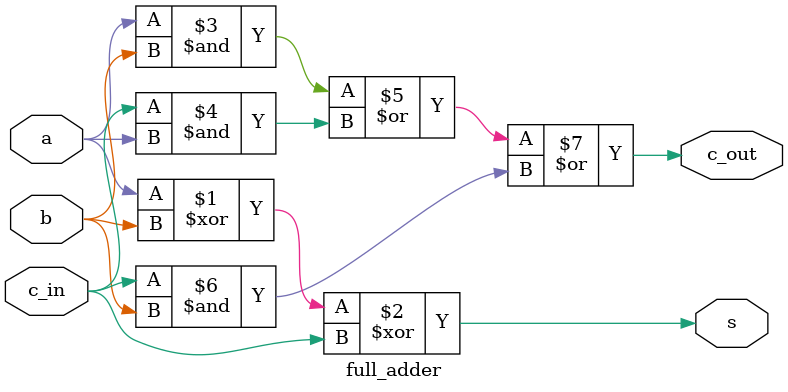
<source format=v>
module part2(Clock, Reset_b, Data, Function, ALUout);
	input Clock;
	input Reset_b;
	input [3:0] Data;
	input [2:0] Function;
	output reg [7:0] ALUout;
	
	wire [3:0] A;
	wire [3:0] B;
	assign A = Data;
	assign B = ALUout[3:0];

	wire [4:0] regsum;
	wire [7:0] regprod;
	assign regsum = A+B;
	assign regprod = A*B;
	
	wire [4:0] fasum;
	part2a fa(
		.a(A),
		.b(B),
		.c_in(1'b0),
		.s(fasum[3:0]),
		.c_out(fasum[4]));

	always@(posedge Clock)
	begin
		if(Reset_b == 0)
			ALUout = 8'b00000000;
		else
			case(Function)
				3'b000: ALUout = {3'b000, fasum};
				3'b000: ALUout = {3'b000, regsum};
				3'b000: ALUout = {{4{B[3]}}, B};
				3'b000: ALUout = {7'b0000000, |{A,B}};
				3'b000: ALUout = {7'b0000000, &{A,B}};
				3'b000: ALUout = {4'b0000, B} << A;
				3'b000: ALUout = regprod;
				3'b000: ALUout = ALUout;
				default: ALUout = 8'b00000000;
			endcase
	end
endmodule


module part2a(a, b, c_in, s, c_out);
    input [3:0] a;
    input [3:0] b;
    input c_in; 
    output [3:0] s;
    output c_out;

    wire wire1, wire2, wire3;

    full_adder u0(a[0], b[0], c_in, s[0], wire1);
    full_adder u1(a[1], b[1], wire1, s[1], wire2);
    full_adder u2(a[2], b[2], wire2, s[2], wire3);
    full_adder u3(a[3], b[3], wire3, s[3], c_out);
endmodule

module full_adder(a, b, c_in, s, c_out);
    input a, b, c_in;
    output s, c_out;
    assign s = (a^b) ^ c_in;
    assign c_out = (a & b) | (c_in & a) | (c_in & b);
endmodule
</source>
